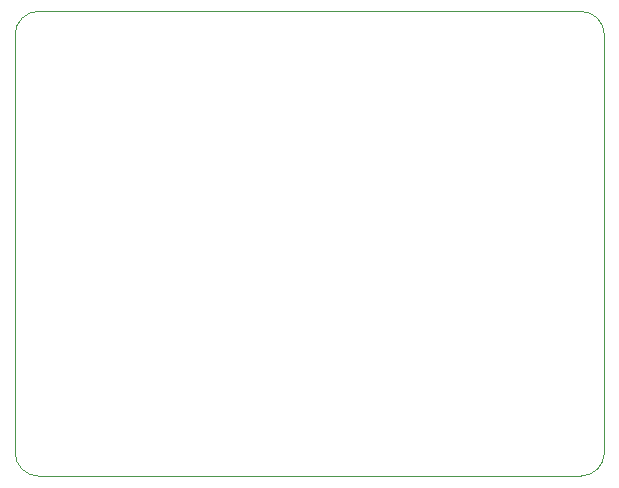
<source format=gbr>
G04 #@! TF.GenerationSoftware,KiCad,Pcbnew,(5.1.5)-3*
G04 #@! TF.CreationDate,2020-04-20T22:46:26+08:00*
G04 #@! TF.ProjectId,ptboard,7074626f-6172-4642-9e6b-696361645f70,rev?*
G04 #@! TF.SameCoordinates,PX2349340PY4b0dde0*
G04 #@! TF.FileFunction,Profile,NP*
%FSLAX46Y46*%
G04 Gerber Fmt 4.6, Leading zero omitted, Abs format (unit mm)*
G04 Created by KiCad (PCBNEW (5.1.5)-3) date 2020-04-20 22:46:26*
%MOMM*%
%LPD*%
G04 APERTURE LIST*
G04 #@! TA.AperFunction,Profile*
%ADD10C,0.050000*%
G04 #@! TD*
G04 APERTURE END LIST*
D10*
X49900000Y2000000D02*
G75*
G02X47900000Y0I-2000000J0D01*
G01*
X2000000Y0D02*
G75*
G02X0Y2000000I0J2000000D01*
G01*
X0Y37350000D02*
G75*
G02X2000000Y39350000I2000000J0D01*
G01*
X47900000Y39350000D02*
G75*
G02X49900000Y37350000I0J-2000000D01*
G01*
X47900000Y0D02*
X2000000Y0D01*
X49900000Y37350000D02*
X49900000Y2000000D01*
X47900000Y39350000D02*
X2000000Y39350000D01*
X0Y37350000D02*
X0Y2000000D01*
M02*

</source>
